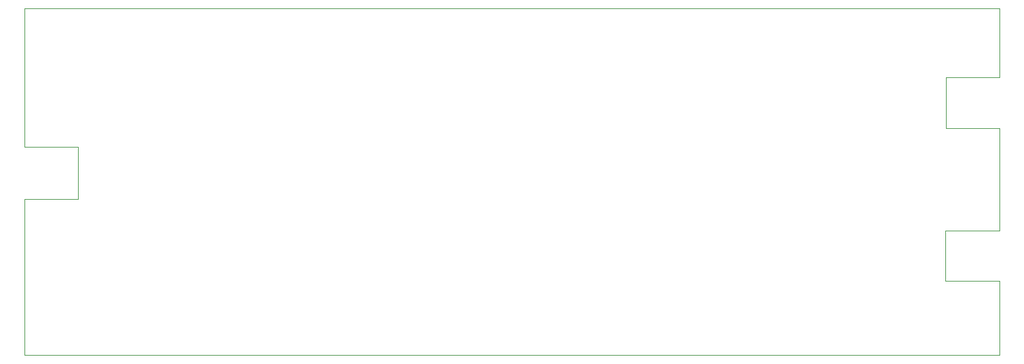
<source format=gbr>
%TF.GenerationSoftware,Altium Limited,Altium Designer,23.4.1 (23)*%
G04 Layer_Color=0*
%FSLAX45Y45*%
%MOMM*%
%TF.SameCoordinates,576A2805-CD40-4E5C-B7A3-750DB6231075*%
%TF.FilePolarity,Positive*%
%TF.FileFunction,Profile,NP*%
%TF.Part,Single*%
G01*
G75*
%TA.AperFunction,Profile*%
%ADD97C,0.02540*%
D97*
X12801601Y1600000D02*
X12090000D01*
Y940000D01*
X12801601D01*
Y-33900D01*
X0D01*
Y2020000D01*
X700000D01*
Y2700000D01*
X0D01*
Y4521200D01*
X12801601D01*
Y3620000D01*
X12100000D01*
Y2950000D01*
X12801601D01*
Y1600000D01*
%TF.MD5,c2ae115a9056e077163f405ad2d51b73*%
M02*

</source>
